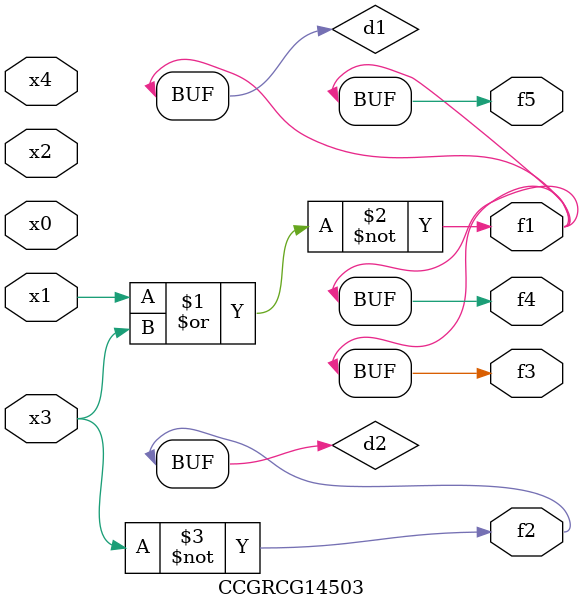
<source format=v>
module CCGRCG14503(
	input x0, x1, x2, x3, x4,
	output f1, f2, f3, f4, f5
);

	wire d1, d2;

	nor (d1, x1, x3);
	not (d2, x3);
	assign f1 = d1;
	assign f2 = d2;
	assign f3 = d1;
	assign f4 = d1;
	assign f5 = d1;
endmodule

</source>
